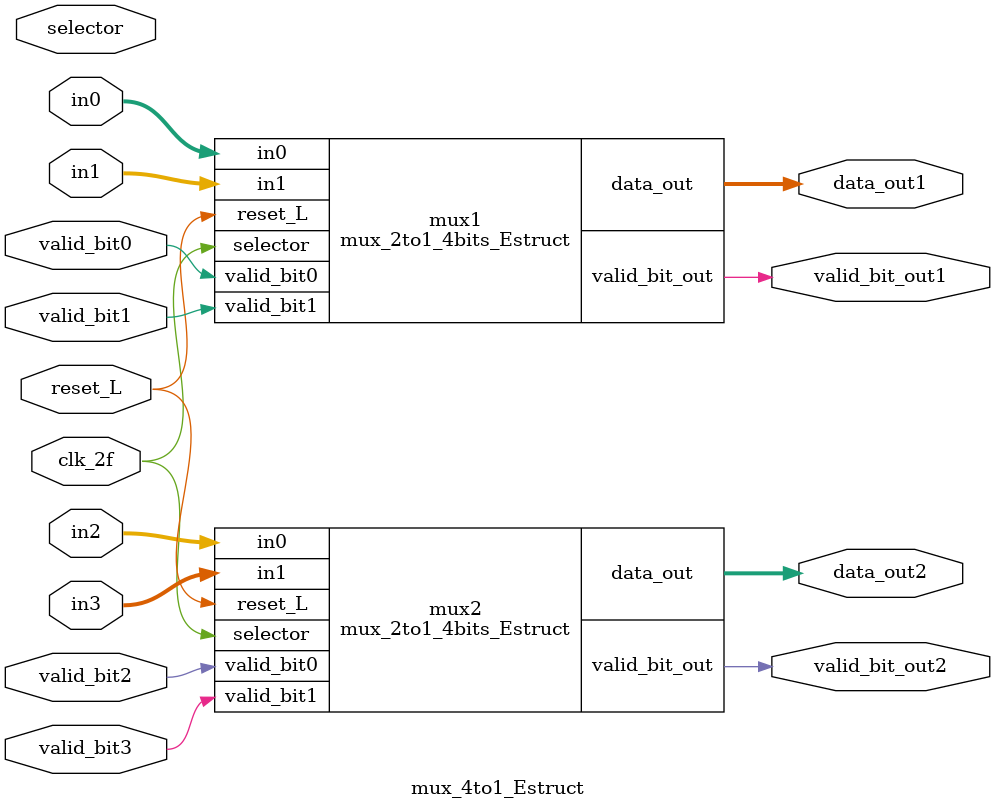
<source format=v>
/* Generated by Yosys 0.7 (git sha1 61f6811, gcc 4.8.4-2ubuntu1~14.04.3 -O2 -fstack-protector -fPIC -Os) */

(* src = "Mux2a1_ochobits.v:2" *)
module mux_2to1_4bits_Estruct(selector, reset_L, in0, in1, valid_bit0, valid_bit1, valid_bit_out, data_out);
  (* src = "Mux2a1_ochobits.v:12" *)
  (* unused_bits = "0" *)
  wire bittemporal;
  (* src = "Mux2a1_ochobits.v:10" *)
  output [7:0] data_out;
  (* src = "Mux2a1_ochobits.v:5" *)
  input [7:0] in0;
  (* src = "Mux2a1_ochobits.v:6" *)
  input [7:0] in1;
  (* src = "Mux2a1_ochobits.v:4" *)
  input reset_L;
  (* src = "Mux2a1_ochobits.v:3" *)
  input selector;
  (* src = "Mux2a1_ochobits.v:7" *)
  input valid_bit0;
  (* src = "Mux2a1_ochobits.v:8" *)
  input valid_bit1;
  (* src = "Mux2a1_ochobits.v:9" *)
  output valid_bit_out;
  (* src = "Mux2a1_ochobits.v:13" *)
  mux_conductual_Estruct mux1 (
    .data_out(data_out[3:0]),
    .in0(in0[3:0]),
    .in1(in1[3:0]),
    .reset_L(reset_L),
    .selector(selector),
    .valid_bit0(valid_bit0),
    .valid_bit1(valid_bit1),
    .valid_bit_out(valid_bit_out)
  );
  (* src = "Mux2a1_ochobits.v:14" *)
  mux_conductual_Estruct mux2 (
    .data_out(data_out[7:4]),
    .in0(in0[7:4]),
    .in1(in1[7:4]),
    .reset_L(reset_L),
    .selector(selector),
    .valid_bit0(valid_bit0),
    .valid_bit1(valid_bit1),
    .valid_bit_out(bittemporal)
  );
endmodule

(* top =  1  *)
(* src = "Mux4a2_descp_condL1.v:2" *)
module mux_4to1_Estruct(clk_2f, selector, reset_L, in0, in1, in2, in3, valid_bit0, valid_bit1, valid_bit2, valid_bit3, valid_bit_out1, valid_bit_out2, data_out1, data_out2);
  (* src = "Mux4a2_descp_condL1.v:3" *)
  input clk_2f;
  (* src = "Mux4a2_descp_condL1.v:16" *)
  output [7:0] data_out1;
  (* src = "Mux4a2_descp_condL1.v:17" *)
  output [7:0] data_out2;
  (* src = "Mux4a2_descp_condL1.v:6" *)
  input [7:0] in0;
  (* src = "Mux4a2_descp_condL1.v:7" *)
  input [7:0] in1;
  (* src = "Mux4a2_descp_condL1.v:8" *)
  input [7:0] in2;
  (* src = "Mux4a2_descp_condL1.v:9" *)
  input [7:0] in3;
  (* src = "Mux4a2_descp_condL1.v:5" *)
  input reset_L;
  (* src = "Mux4a2_descp_condL1.v:4" *)
  input selector;
  (* src = "Mux4a2_descp_condL1.v:10" *)
  input valid_bit0;
  (* src = "Mux4a2_descp_condL1.v:11" *)
  input valid_bit1;
  (* src = "Mux4a2_descp_condL1.v:12" *)
  input valid_bit2;
  (* src = "Mux4a2_descp_condL1.v:13" *)
  input valid_bit3;
  (* src = "Mux4a2_descp_condL1.v:14" *)
  output valid_bit_out1;
  (* src = "Mux4a2_descp_condL1.v:15" *)
  output valid_bit_out2;
  (* src = "Mux4a2_descp_condL1.v:24" *)
  mux_2to1_4bits_Estruct mux1 (
    .data_out(data_out1),
    .in0(in0),
    .in1(in1),
    .reset_L(reset_L),
    .selector(clk_2f),
    .valid_bit0(valid_bit0),
    .valid_bit1(valid_bit1),
    .valid_bit_out(valid_bit_out1)
  );
  (* src = "Mux4a2_descp_condL1.v:25" *)
  mux_2to1_4bits_Estruct mux2 (
    .data_out(data_out2),
    .in0(in2),
    .in1(in3),
    .reset_L(reset_L),
    .selector(clk_2f),
    .valid_bit0(valid_bit2),
    .valid_bit1(valid_bit3),
    .valid_bit_out(valid_bit_out2)
  );
endmodule

(* src = "Mux2a1_cuatrobits.v:1" *)
module mux_conductual_Estruct(selector, reset_L, in0, in1, valid_bit0, valid_bit1, valid_bit_out, data_out);
  wire _00_;
  wire _01_;
  wire _02_;
  wire _03_;
  wire _04_;
  wire _05_;
  wire _06_;
  wire _07_;
  wire _08_;
  wire _09_;
  wire _10_;
  wire _11_;
  wire _12_;
  wire _13_;
  wire _14_;
  wire _15_;
  wire _16_;
  wire _17_;
  wire _18_;
  wire _19_;
  wire _20_;
  wire _21_;
  wire _22_;
  wire _23_;
  (* src = "Mux2a1_cuatrobits.v:9" *)
  output [3:0] data_out;
  (* src = "Mux2a1_cuatrobits.v:4" *)
  input [3:0] in0;
  (* src = "Mux2a1_cuatrobits.v:5" *)
  input [3:0] in1;
  (* src = "Mux2a1_cuatrobits.v:3" *)
  input reset_L;
  (* src = "Mux2a1_cuatrobits.v:2" *)
  input selector;
  (* src = "Mux2a1_cuatrobits.v:6" *)
  input valid_bit0;
  (* src = "Mux2a1_cuatrobits.v:7" *)
  input valid_bit1;
  (* src = "Mux2a1_cuatrobits.v:8" *)
  output valid_bit_out;
  (* src = "Mux2a1_cuatrobits.v:12" *)
  wire validotemporal;
  NOT _24_ (
    .A(in0[1]),
    .Y(_09_)
  );
  NOR _25_ (
    .A(_03_),
    .B(_09_),
    .Y(_10_)
  );
  NOT _26_ (
    .A(in1[1]),
    .Y(_11_)
  );
  NOR _27_ (
    .A(_06_),
    .B(_11_),
    .Y(_12_)
  );
  NOR _28_ (
    .A(_12_),
    .B(_10_),
    .Y(_13_)
  );
  NOR _29_ (
    .A(_13_),
    .B(_00_),
    .Y(data_out[1])
  );
  NOT _30_ (
    .A(in0[2]),
    .Y(_14_)
  );
  NOR _31_ (
    .A(_03_),
    .B(_14_),
    .Y(_15_)
  );
  NOT _32_ (
    .A(in1[2]),
    .Y(_16_)
  );
  NOR _33_ (
    .A(_06_),
    .B(_16_),
    .Y(_17_)
  );
  NOR _34_ (
    .A(_17_),
    .B(_15_),
    .Y(_18_)
  );
  NOR _35_ (
    .A(_18_),
    .B(_00_),
    .Y(data_out[2])
  );
  NOT _36_ (
    .A(in0[3]),
    .Y(_19_)
  );
  NOR _37_ (
    .A(_03_),
    .B(_19_),
    .Y(_20_)
  );
  NOT _38_ (
    .A(in1[3]),
    .Y(_21_)
  );
  NOR _39_ (
    .A(_06_),
    .B(_21_),
    .Y(_22_)
  );
  NOR _40_ (
    .A(_22_),
    .B(_20_),
    .Y(_23_)
  );
  NOR _41_ (
    .A(_23_),
    .B(_00_),
    .Y(data_out[3])
  );
  NAND _42_ (
    .A(_06_),
    .B(_03_),
    .Y(valid_bit_out)
  );
  NOT _43_ (
    .A(reset_L),
    .Y(_00_)
  );
  NOT _44_ (
    .A(in0[0]),
    .Y(_01_)
  );
  NOT _45_ (
    .A(selector),
    .Y(_02_)
  );
  NAND _46_ (
    .A(_02_),
    .B(valid_bit0),
    .Y(_03_)
  );
  NOR _47_ (
    .A(_03_),
    .B(_01_),
    .Y(_04_)
  );
  NOT _48_ (
    .A(in1[0]),
    .Y(_05_)
  );
  NAND _49_ (
    .A(selector),
    .B(valid_bit1),
    .Y(_06_)
  );
  NOR _50_ (
    .A(_06_),
    .B(_05_),
    .Y(_07_)
  );
  NOR _51_ (
    .A(_07_),
    .B(_04_),
    .Y(_08_)
  );
  NOR _52_ (
    .A(_08_),
    .B(_00_),
    .Y(data_out[0])
  );
  assign validotemporal = valid_bit_out;
endmodule

</source>
